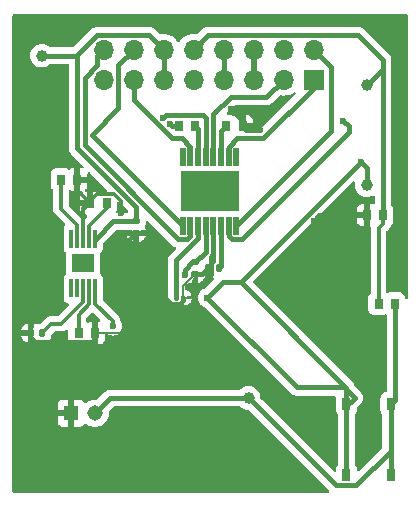
<source format=gbr>
%TF.GenerationSoftware,KiCad,Pcbnew,8.0.0*%
%TF.CreationDate,2024-03-24T23:23:47+02:00*%
%TF.ProjectId,Powersubsytem_GWNFRA001,506f7765-7273-4756-9273-7974656d5f47,rev?*%
%TF.SameCoordinates,Original*%
%TF.FileFunction,Copper,L1,Top*%
%TF.FilePolarity,Positive*%
%FSLAX46Y46*%
G04 Gerber Fmt 4.6, Leading zero omitted, Abs format (unit mm)*
G04 Created by KiCad (PCBNEW 8.0.0) date 2024-03-24 23:23:48*
%MOMM*%
%LPD*%
G01*
G04 APERTURE LIST*
G04 Aperture macros list*
%AMRoundRect*
0 Rectangle with rounded corners*
0 $1 Rounding radius*
0 $2 $3 $4 $5 $6 $7 $8 $9 X,Y pos of 4 corners*
0 Add a 4 corners polygon primitive as box body*
4,1,4,$2,$3,$4,$5,$6,$7,$8,$9,$2,$3,0*
0 Add four circle primitives for the rounded corners*
1,1,$1+$1,$2,$3*
1,1,$1+$1,$4,$5*
1,1,$1+$1,$6,$7*
1,1,$1+$1,$8,$9*
0 Add four rect primitives between the rounded corners*
20,1,$1+$1,$2,$3,$4,$5,0*
20,1,$1+$1,$4,$5,$6,$7,0*
20,1,$1+$1,$6,$7,$8,$9,0*
20,1,$1+$1,$8,$9,$2,$3,0*%
G04 Aperture macros list end*
%TA.AperFunction,ComponentPad*%
%ADD10C,1.000000*%
%TD*%
%TA.AperFunction,SMDPad,CuDef*%
%ADD11R,0.711200X0.889000*%
%TD*%
%TA.AperFunction,ComponentPad*%
%ADD12C,0.400000*%
%TD*%
%TA.AperFunction,SMDPad,CuDef*%
%ADD13R,1.880000X1.570000*%
%TD*%
%TA.AperFunction,SMDPad,CuDef*%
%ADD14R,0.300000X1.600000*%
%TD*%
%TA.AperFunction,SMDPad,CuDef*%
%ADD15RoundRect,0.140000X0.140000X0.170000X-0.140000X0.170000X-0.140000X-0.170000X0.140000X-0.170000X0*%
%TD*%
%TA.AperFunction,ComponentPad*%
%ADD16C,1.308000*%
%TD*%
%TA.AperFunction,ComponentPad*%
%ADD17R,1.308000X1.308000*%
%TD*%
%TA.AperFunction,SMDPad,CuDef*%
%ADD18RoundRect,0.075000X-0.125000X-0.075000X0.125000X-0.075000X0.125000X0.075000X-0.125000X0.075000X0*%
%TD*%
%TA.AperFunction,SMDPad,CuDef*%
%ADD19RoundRect,0.140000X0.170000X-0.140000X0.170000X0.140000X-0.170000X0.140000X-0.170000X-0.140000X0*%
%TD*%
%TA.AperFunction,SMDPad,CuDef*%
%ADD20R,0.750000X1.000000*%
%TD*%
%TA.AperFunction,ComponentPad*%
%ADD21C,0.300000*%
%TD*%
%TA.AperFunction,SMDPad,CuDef*%
%ADD22R,5.000000X3.400000*%
%TD*%
%TA.AperFunction,SMDPad,CuDef*%
%ADD23RoundRect,0.027000X-0.198000X0.723000X-0.198000X-0.723000X0.198000X-0.723000X0.198000X0.723000X0*%
%TD*%
%TA.AperFunction,ComponentPad*%
%ADD24O,1.700000X1.700000*%
%TD*%
%TA.AperFunction,ComponentPad*%
%ADD25R,1.700000X1.700000*%
%TD*%
%TA.AperFunction,ViaPad*%
%ADD26C,0.600000*%
%TD*%
%TA.AperFunction,Conductor*%
%ADD27C,0.400000*%
%TD*%
%TA.AperFunction,Conductor*%
%ADD28C,0.300000*%
%TD*%
%TA.AperFunction,Conductor*%
%ADD29C,0.200000*%
%TD*%
G04 APERTURE END LIST*
D10*
%TO.P,TP4,1,1*%
%TO.N,POSITIVE*%
X145500000Y-56000000D03*
%TD*%
%TO.P,TP3,1,1*%
%TO.N,5V*%
X128000000Y-27000000D03*
%TD*%
%TO.P,TP2,1,1*%
%TO.N,BATT_ADC*%
X155500000Y-29500000D03*
%TD*%
%TO.P,TP1,1,1*%
%TO.N,BATT*%
X155500000Y-38000000D03*
%TD*%
D11*
%TO.P,R7,2*%
%TO.N,GND*%
X139603000Y-33000000D03*
%TO.P,R7,1*%
%TO.N,Net-(U3-BISEN)*%
X141000000Y-33000000D03*
%TD*%
D12*
%TO.P,U2,16*%
%TO.N,N/C*%
X130900000Y-45050000D03*
%TO.P,U2,15*%
X130900000Y-44150000D03*
%TO.P,U2,14*%
X131500000Y-44600000D03*
%TO.P,U2,13*%
X132100000Y-45050000D03*
%TO.P,U2,12*%
X132100000Y-44150000D03*
D13*
%TO.P,U2,11,EP*%
%TO.N,unconnected-(U2-EP-Pad11)*%
X131500000Y-44600000D03*
D14*
%TO.P,U2,10,OUT*%
%TO.N,POSITIVE*%
X132500000Y-46700000D03*
%TO.P,U2,9,TS*%
%TO.N,Net-(U2-TS)*%
X132000000Y-46700000D03*
%TO.P,U2,8,~{CHG}*%
%TO.N,Net-(U2-~{CHG})*%
X131500000Y-46700000D03*
%TO.P,U2,7,ISET2*%
%TO.N,unconnected-(U2-ISET2-Pad7)*%
X131000000Y-46700000D03*
%TO.P,U2,6*%
%TO.N,N/C*%
X130500000Y-46700000D03*
%TO.P,U2,5,~{PG}*%
%TO.N,unconnected-(U2-~{PG}-Pad5)*%
X130500000Y-42500000D03*
%TO.P,U2,4,PRETERM*%
%TO.N,Net-(U2-PRETERM)*%
X131000000Y-42500000D03*
%TO.P,U2,3,VSS*%
%TO.N,GND*%
X131500000Y-42500000D03*
%TO.P,U2,2,ISET*%
%TO.N,Net-(U2-ISET)*%
X132000000Y-42500000D03*
%TO.P,U2,1,IN*%
%TO.N,5V*%
X132500000Y-42500000D03*
%TD*%
D15*
%TO.P,C1,2*%
%TO.N,GND*%
X142040000Y-45000000D03*
%TO.P,C1,1*%
%TO.N,Net-(U3-VINT)*%
X143000000Y-45000000D03*
%TD*%
D16*
%TO.P,J2,2,2*%
%TO.N,POSITIVE*%
X132500000Y-57287500D03*
D17*
%TO.P,J2,1,1*%
%TO.N,GND*%
X130500000Y-57287500D03*
%TD*%
D11*
%TO.P,R2,2*%
%TO.N,GND*%
X145000000Y-33000000D03*
%TO.P,R2,1*%
%TO.N,Net-(U3-AISEN)*%
X143603000Y-33000000D03*
%TD*%
%TO.P,R1,2*%
%TO.N,BATT_ADC*%
X156500000Y-48000000D03*
%TO.P,R1,1*%
%TO.N,POSITIVE*%
X157897000Y-48000000D03*
%TD*%
%TO.P,R6,2*%
%TO.N,GND*%
X132500000Y-50500000D03*
%TO.P,R6,1*%
%TO.N,Net-(U2-TS)*%
X131103000Y-50500000D03*
%TD*%
%TO.P,R5,2*%
%TO.N,GND*%
X155500000Y-40500000D03*
%TO.P,R5,1*%
%TO.N,BATT_ADC*%
X156897000Y-40500000D03*
%TD*%
%TO.P,R3,2*%
%TO.N,GND*%
X131000000Y-37500000D03*
%TO.P,R3,1*%
%TO.N,Net-(U2-PRETERM)*%
X129603000Y-37500000D03*
%TD*%
D18*
%TO.P,C4,2*%
%TO.N,GND*%
X139975000Y-47500000D03*
%TO.P,C4,1*%
%TO.N,Net-(U3-VCP)*%
X139475000Y-47500000D03*
%TD*%
D19*
%TO.P,C8,2*%
%TO.N,BATT*%
X141000000Y-44520000D03*
%TO.P,C8,1*%
%TO.N,GND*%
X141000000Y-45480000D03*
%TD*%
D20*
%TO.P,S1,D*%
%TO.N,BATT*%
X153787500Y-62500000D03*
%TO.P,S1,C*%
X153787500Y-56500000D03*
%TO.P,S1,B*%
%TO.N,POSITIVE*%
X157537500Y-62500000D03*
%TO.P,S1,A*%
X157537500Y-56500000D03*
%TD*%
D15*
%TO.P,C6,2*%
%TO.N,GND*%
X127040000Y-50500000D03*
%TO.P,C6,1*%
%TO.N,Net-(U2-~{CHG})*%
X128000000Y-50500000D03*
%TD*%
D21*
%TO.P,U3,29*%
%TO.N,N/C*%
X140400000Y-39500000D03*
%TO.P,U3,28*%
X140400000Y-38500000D03*
%TO.P,U3,27*%
X140400000Y-37500000D03*
%TO.P,U3,26*%
X141600000Y-39500000D03*
%TO.P,U3,25*%
X141600000Y-38500000D03*
%TO.P,U3,24*%
X141600000Y-37500000D03*
%TO.P,U3,23*%
X142800000Y-39500000D03*
%TO.P,U3,22*%
X142800000Y-38500000D03*
%TO.P,U3,21*%
X142800000Y-37500000D03*
%TO.P,U3,20*%
X144000000Y-39500000D03*
%TO.P,U3,19*%
X144000000Y-38500000D03*
%TO.P,U3,18*%
X144000000Y-37500000D03*
D22*
%TO.P,U3,17,EXP*%
%TO.N,unconnected-(U3-EXP-Pad17)*%
X142200000Y-38500000D03*
D23*
%TO.P,U3,16,AIN1*%
%TO.N,PWM1*%
X144475000Y-41400000D03*
%TO.P,U3,15,AIN2*%
%TO.N,PWM2*%
X143825000Y-41400000D03*
%TO.P,U3,14,VINT*%
%TO.N,Net-(U3-VINT)*%
X143175000Y-41400000D03*
%TO.P,U3,13,GND*%
%TO.N,GND*%
X142525000Y-41400000D03*
%TO.P,U3,12,VM*%
%TO.N,BATT*%
X141875000Y-41400000D03*
%TO.P,U3,11,VCP*%
%TO.N,Net-(U3-VCP)*%
X141225000Y-41400000D03*
%TO.P,U3,10,BIN2*%
%TO.N,PWM4*%
X140575000Y-41400000D03*
%TO.P,U3,9,BIN1*%
%TO.N,PWM3*%
X139925000Y-41400000D03*
%TO.P,U3,8,~{NFAULT}*%
%TO.N,unconnected-(U3-~{NFAULT}-Pad8)*%
X139925000Y-35600000D03*
%TO.P,U3,7,BOUT1*%
%TO.N,Motor1_A*%
X140575000Y-35600000D03*
%TO.P,U3,6,BISEN*%
%TO.N,Net-(U3-BISEN)*%
X141225000Y-35600000D03*
%TO.P,U3,5,BOUT2*%
%TO.N,Motor1_B*%
X141875000Y-35600000D03*
%TO.P,U3,4,AOUT2*%
%TO.N,Motor2_B*%
X142525000Y-35600000D03*
%TO.P,U3,3,AISEN*%
%TO.N,Net-(U3-AISEN)*%
X143175000Y-35600000D03*
%TO.P,U3,2,AOUT1*%
%TO.N,Motor2_A*%
X143825000Y-35600000D03*
%TO.P,U3,1,NSLEEP*%
%TO.N,unconnected-(U3-NSLEEP-Pad1)*%
X144475000Y-35600000D03*
%TD*%
D19*
%TO.P,C7,2*%
%TO.N,5V*%
X136000000Y-41040000D03*
%TO.P,C7,1*%
%TO.N,GND*%
X136000000Y-42000000D03*
%TD*%
D11*
%TO.P,R4,2*%
%TO.N,GND*%
X132103000Y-39500000D03*
%TO.P,R4,1*%
%TO.N,Net-(U2-ISET)*%
X133500000Y-39500000D03*
%TD*%
D24*
%TO.P,J3,16,Pin_16*%
%TO.N,PWM4*%
X133220000Y-26500000D03*
%TO.P,J3,15,Pin_15*%
%TO.N,Motor1_B*%
X133220000Y-29040000D03*
%TO.P,J3,14,Pin_14*%
%TO.N,PWM3*%
X135760000Y-26500000D03*
%TO.P,J3,13,Pin_13*%
%TO.N,Motor1_A*%
X135760000Y-29040000D03*
%TO.P,J3,12,Pin_12*%
%TO.N,5V*%
X138300000Y-26500000D03*
%TO.P,J3,11,Pin_11*%
X138300000Y-29040000D03*
%TO.P,J3,10,Pin_10*%
%TO.N,BATT_ADC*%
X140840000Y-26500000D03*
%TO.P,J3,9,Pin_9*%
%TO.N,RESV*%
X140840000Y-29040000D03*
%TO.P,J3,8,Pin_8*%
%TO.N,BATT*%
X143380000Y-26500000D03*
%TO.P,J3,7,Pin_7*%
X143380000Y-29040000D03*
%TO.P,J3,6,Pin_6*%
%TO.N,GND*%
X145920000Y-26500000D03*
%TO.P,J3,5,Pin_5*%
X145920000Y-29040000D03*
%TO.P,J3,4,Pin_4*%
%TO.N,PWM2*%
X148460000Y-26500000D03*
%TO.P,J3,3,Pin_3*%
%TO.N,Motor2_B*%
X148460000Y-29040000D03*
%TO.P,J3,2,Pin_2*%
%TO.N,PWM1*%
X151000000Y-26500000D03*
D25*
%TO.P,J3,1,Pin_1*%
%TO.N,Motor2_A*%
X151000000Y-29040000D03*
%TD*%
D26*
%TO.N,GND*%
X134707680Y-40340000D03*
X151000000Y-41000000D03*
X135000000Y-44000000D03*
X147500000Y-31500000D03*
X146431142Y-33300000D03*
X142287482Y-45460922D03*
X144000000Y-31500000D03*
X138810662Y-32820712D03*
%TO.N,BATT*%
X140075000Y-45557483D03*
X142000000Y-47500000D03*
X155000000Y-36000000D03*
%TO.N,Motor1_B*%
X138244975Y-32255025D03*
%TO.N,PWM2*%
X153500000Y-32500000D03*
%TO.N,POSITIVE*%
X134000000Y-49900000D03*
%TD*%
D27*
%TO.N,5V*%
X128000000Y-27000000D02*
X131010000Y-27000000D01*
X131010000Y-27000000D02*
X131010000Y-26942233D01*
X131010000Y-34859146D02*
X131010000Y-27000000D01*
%TO.N,BATT_ADC*%
X155500000Y-29500000D02*
X156897000Y-28103000D01*
X156897000Y-28103000D02*
X156897000Y-27397000D01*
%TO.N,BATT*%
X155500000Y-36500000D02*
X155000000Y-36000000D01*
X155500000Y-38000000D02*
X155500000Y-36500000D01*
%TO.N,POSITIVE*%
X145500000Y-56000000D02*
X133787500Y-56000000D01*
X133787500Y-56000000D02*
X132500000Y-57287500D01*
X152900000Y-63400000D02*
X145500000Y-56000000D01*
X154600000Y-63400000D02*
X152900000Y-63400000D01*
X157537500Y-60462500D02*
X154600000Y-63400000D01*
X157537500Y-56500000D02*
X157537500Y-60462500D01*
%TO.N,BATT*%
X149600000Y-55100000D02*
X142000000Y-47500000D01*
X153787500Y-56712500D02*
X154500000Y-56000000D01*
X153787500Y-62500000D02*
X153787500Y-56712500D01*
X154500000Y-56000000D02*
X153600000Y-55100000D01*
X153600000Y-55100000D02*
X149600000Y-55100000D01*
%TO.N,POSITIVE*%
X157537500Y-56500000D02*
X157537500Y-62500000D01*
X157897000Y-56140500D02*
X157537500Y-56500000D01*
X157897000Y-48000000D02*
X157897000Y-56140500D01*
%TO.N,BATT*%
X153787500Y-55107500D02*
X153787500Y-56500000D01*
X144840000Y-46160000D02*
X153787500Y-55107500D01*
%TO.N,Net-(U3-VINT)*%
X143175000Y-41400000D02*
X143175000Y-44825000D01*
X143175000Y-44825000D02*
X143000000Y-45000000D01*
D28*
%TO.N,GND*%
X132450000Y-51294500D02*
X132500000Y-51244500D01*
X131500000Y-40103000D02*
X131500000Y-42500000D01*
D27*
X145300000Y-33300000D02*
X145000000Y-33000000D01*
X142287482Y-44081046D02*
X142287482Y-45460922D01*
D28*
X131500000Y-39903568D02*
X132698068Y-38705500D01*
X135000000Y-44000000D02*
X135000000Y-43000000D01*
D27*
X145920000Y-29580000D02*
X145920000Y-29040000D01*
X144000000Y-31500000D02*
X147500000Y-31500000D01*
D28*
X135000000Y-44000000D02*
X139050000Y-48050000D01*
X132103000Y-39500000D02*
X131500000Y-40103000D01*
X134707680Y-39334644D02*
X134707680Y-40340000D01*
X127524501Y-51294500D02*
X132450000Y-51294500D01*
D27*
X145920000Y-26500000D02*
X145920000Y-29040000D01*
X139603000Y-33000000D02*
X138989950Y-33000000D01*
X141000000Y-45480000D02*
X141560000Y-45480000D01*
X138989950Y-33000000D02*
X138810662Y-32820712D01*
D28*
X130500000Y-53244500D02*
X130500000Y-57287500D01*
D27*
X145000000Y-32500000D02*
X145000000Y-33000000D01*
D29*
X137207410Y-50500000D02*
X132500000Y-50500000D01*
D27*
X142525000Y-44397444D02*
X142040000Y-44882444D01*
X151500000Y-40500000D02*
X155500000Y-40500000D01*
D28*
X127040000Y-50809999D02*
X127524501Y-51294500D01*
X134078536Y-38705500D02*
X134707680Y-39334644D01*
X127040000Y-50500000D02*
X127040000Y-50809999D01*
D27*
X146431142Y-33300000D02*
X145300000Y-33300000D01*
D28*
X140025000Y-47753120D02*
X140025000Y-47500000D01*
X135000000Y-43000000D02*
X136000000Y-42000000D01*
X132450000Y-51294500D02*
X130500000Y-53244500D01*
D27*
X141560000Y-45480000D02*
X142040000Y-45000000D01*
D29*
X139975000Y-46505000D02*
X141000000Y-45480000D01*
X139975000Y-47732410D02*
X137207410Y-50500000D01*
D28*
X139728120Y-48050000D02*
X140025000Y-47753120D01*
D27*
X142525000Y-41400000D02*
X142525000Y-43843528D01*
D29*
X139975000Y-47500000D02*
X139975000Y-47732410D01*
D27*
X151000000Y-41000000D02*
X151500000Y-40500000D01*
D28*
X131000000Y-37500000D02*
X131000000Y-38397000D01*
X132698068Y-38705500D02*
X134078536Y-38705500D01*
D27*
X142040000Y-44882444D02*
X142040000Y-45000000D01*
X142525000Y-43843528D02*
X142287482Y-44081046D01*
X144000000Y-31500000D02*
X145000000Y-32500000D01*
X142525000Y-41400000D02*
X142525000Y-44397444D01*
D28*
X132500000Y-51244500D02*
X132500000Y-50500000D01*
X131000000Y-38397000D02*
X132103000Y-39500000D01*
X131500000Y-42500000D02*
X131500000Y-39903568D01*
D29*
X139975000Y-47500000D02*
X139975000Y-46505000D01*
D28*
X139050000Y-48050000D02*
X139728120Y-48050000D01*
D27*
%TO.N,Net-(U3-VCP)*%
X141225000Y-42474146D02*
X139375000Y-44324146D01*
X139375000Y-44324146D02*
X139375000Y-47500000D01*
X141225000Y-41400000D02*
X141225000Y-42474146D01*
D28*
%TO.N,Net-(U2-~{CHG})*%
X131500000Y-47850000D02*
X131500000Y-46700000D01*
X128794500Y-49705500D02*
X129644500Y-49705500D01*
X128000000Y-50500000D02*
X128794500Y-49705500D01*
X129644500Y-49705500D02*
X131500000Y-47850000D01*
D27*
%TO.N,5V*%
X136000000Y-41040000D02*
X134010000Y-41040000D01*
X131010000Y-34859146D02*
X136000000Y-39849146D01*
X134010000Y-41040000D02*
X132550000Y-42500000D01*
X136000000Y-39849146D02*
X136000000Y-41040000D01*
X137050000Y-25250000D02*
X138300000Y-26500000D01*
X131010000Y-26942233D02*
X132702233Y-25250000D01*
X132702233Y-25250000D02*
X137050000Y-25250000D01*
X138300000Y-26500000D02*
X138300000Y-29040000D01*
%TO.N,BATT*%
X140690001Y-44520000D02*
X140075000Y-45135001D01*
X141875000Y-41400000D02*
X141875000Y-43527444D01*
X141000000Y-44520000D02*
X140690001Y-44520000D01*
X144840000Y-46160000D02*
X155000000Y-36000000D01*
X142000000Y-47500000D02*
X143340000Y-46160000D01*
X143340000Y-46160000D02*
X144840000Y-46160000D01*
X140075000Y-45135001D02*
X140075000Y-45557483D01*
X141875000Y-43645000D02*
X141000000Y-44520000D01*
X141875000Y-41400000D02*
X141875000Y-43645000D01*
X143380000Y-26500000D02*
X143380000Y-29040000D01*
%TO.N,Motor2_B*%
X144010050Y-30500000D02*
X147000000Y-30500000D01*
X147000000Y-30500000D02*
X148460000Y-29040000D01*
X142525000Y-31985050D02*
X144010050Y-30500000D01*
X142525000Y-35600000D02*
X142525000Y-31985050D01*
%TO.N,Motor1_B*%
X138494975Y-32005025D02*
X138244975Y-32255025D01*
X141875000Y-35600000D02*
X141875000Y-32274900D01*
X141875000Y-32274900D02*
X141605125Y-32005025D01*
X141605125Y-32005025D02*
X138494975Y-32005025D01*
%TO.N,Motor1_A*%
X139850618Y-34000000D02*
X139000000Y-34000000D01*
X140575000Y-34724382D02*
X139850618Y-34000000D01*
X135760000Y-30760000D02*
X135760000Y-29040000D01*
X140575000Y-35600000D02*
X140575000Y-34724382D01*
X139000000Y-34000000D02*
X135760000Y-30760000D01*
%TO.N,PWM4*%
X132702233Y-27017767D02*
X133220000Y-26500000D01*
X140575000Y-42275618D02*
X140300618Y-42550000D01*
X131610000Y-34610618D02*
X131610000Y-28882233D01*
X139549382Y-42550000D02*
X131610000Y-34610618D01*
X131610000Y-28882233D02*
X132702233Y-27790000D01*
X132702233Y-27790000D02*
X132702233Y-27017767D01*
X140300618Y-42550000D02*
X139549382Y-42550000D01*
X140575000Y-41400000D02*
X140575000Y-42275618D01*
%TO.N,BATT_ADC*%
X154750000Y-25250000D02*
X142090000Y-25250000D01*
X156897000Y-40000000D02*
X156897000Y-27397000D01*
D28*
X156897000Y-41244500D02*
X156500000Y-41641500D01*
X156500000Y-41641500D02*
X156500000Y-48000000D01*
X156897000Y-40500000D02*
X156897000Y-41244500D01*
D27*
X156897000Y-27397000D02*
X154750000Y-25250000D01*
X142090000Y-25250000D02*
X140840000Y-26500000D01*
%TO.N,PWM3*%
X132210000Y-33685000D02*
X134470000Y-31425000D01*
X134470000Y-31425000D02*
X134470000Y-27790000D01*
X134470000Y-27790000D02*
X135760000Y-26500000D01*
X139925000Y-41400000D02*
X132210000Y-33685000D01*
%TO.N,PWM2*%
X143825000Y-42275618D02*
X144099382Y-42550000D01*
X153090000Y-34410000D02*
X154000000Y-33500000D01*
X144099382Y-42550000D02*
X144950000Y-42550000D01*
X143825000Y-41400000D02*
X143825000Y-42275618D01*
X154000000Y-33500000D02*
X154000000Y-33000000D01*
X154000000Y-33000000D02*
X153500000Y-32500000D01*
X144950000Y-42550000D02*
X153090000Y-34410000D01*
%TO.N,Motor2_A*%
X143825000Y-34724382D02*
X144549382Y-34000000D01*
X151000000Y-29740000D02*
X151000000Y-29040000D01*
X144549382Y-34000000D02*
X146740000Y-34000000D01*
X146740000Y-34000000D02*
X151000000Y-29740000D01*
X143825000Y-35600000D02*
X143825000Y-34724382D01*
%TO.N,PWM1*%
X144475000Y-41400000D02*
X152490000Y-33385000D01*
X152490000Y-27990000D02*
X151000000Y-26500000D01*
X152490000Y-33385000D02*
X152490000Y-27990000D01*
D28*
%TO.N,POSITIVE*%
X132500000Y-48000000D02*
X134000000Y-49500000D01*
X132500000Y-46700000D02*
X132500000Y-48000000D01*
X134000000Y-49500000D02*
X134000000Y-49900000D01*
D27*
%TO.N,Net-(U3-AISEN)*%
X143175000Y-35600000D02*
X143175000Y-33428000D01*
X143175000Y-33428000D02*
X143603000Y-33000000D01*
D28*
%TO.N,Net-(U2-PRETERM)*%
X129603000Y-37500000D02*
X129603000Y-39953000D01*
X131000000Y-41350000D02*
X131000000Y-42500000D01*
X129603000Y-39953000D02*
X131000000Y-41350000D01*
%TO.N,Net-(U2-ISET)*%
X132000000Y-41400000D02*
X132000000Y-42500000D01*
X133500000Y-39900000D02*
X132000000Y-41400000D01*
X133500000Y-39500000D02*
X133500000Y-39900000D01*
%TO.N,Net-(U2-TS)*%
X132000000Y-46700000D02*
X132000000Y-48057106D01*
X132000000Y-48057106D02*
X131103000Y-48954106D01*
X131103000Y-48954106D02*
X131103000Y-50500000D01*
D27*
%TO.N,Net-(U3-BISEN)*%
X141225000Y-33225000D02*
X141000000Y-33000000D01*
X141225000Y-35600000D02*
X141225000Y-33225000D01*
%TD*%
%TA.AperFunction,Conductor*%
%TO.N,GND*%
G36*
X158942539Y-23520185D02*
G01*
X158988294Y-23572989D01*
X158999500Y-23624500D01*
X158999500Y-47486103D01*
X158979815Y-47553142D01*
X158927011Y-47598897D01*
X158857853Y-47608841D01*
X158794297Y-47579816D01*
X158756523Y-47521038D01*
X158752210Y-47499356D01*
X158746691Y-47448016D01*
X158696397Y-47313171D01*
X158696393Y-47313164D01*
X158610147Y-47197955D01*
X158610144Y-47197952D01*
X158494935Y-47111706D01*
X158494928Y-47111702D01*
X158360082Y-47061408D01*
X158360083Y-47061408D01*
X158300483Y-47055001D01*
X158300481Y-47055000D01*
X158300473Y-47055000D01*
X158300464Y-47055000D01*
X157493529Y-47055000D01*
X157493523Y-47055001D01*
X157433916Y-47061408D01*
X157317833Y-47104705D01*
X157248141Y-47109689D01*
X157186818Y-47076204D01*
X157153334Y-47014880D01*
X157150500Y-46988523D01*
X157150500Y-41962308D01*
X157170185Y-41895269D01*
X157186819Y-41874627D01*
X157402273Y-41659173D01*
X157402277Y-41659169D01*
X157473465Y-41552627D01*
X157515247Y-41451756D01*
X157522501Y-41434244D01*
X157528793Y-41402607D01*
X157561178Y-41340697D01*
X157576102Y-41327531D01*
X157610145Y-41302047D01*
X157610146Y-41302046D01*
X157696396Y-41186831D01*
X157746691Y-41051983D01*
X157753100Y-40992373D01*
X157753099Y-40007628D01*
X157746691Y-39948017D01*
X157696484Y-39813406D01*
X157696397Y-39813171D01*
X157696396Y-39813170D01*
X157696396Y-39813169D01*
X157622233Y-39714100D01*
X157597816Y-39648636D01*
X157597500Y-39639789D01*
X157597500Y-27328004D01*
X157570581Y-27192677D01*
X157570580Y-27192676D01*
X157570580Y-27192672D01*
X157549681Y-27142217D01*
X157517778Y-27065195D01*
X157517771Y-27065182D01*
X157456787Y-26973914D01*
X157456785Y-26973911D01*
X157441116Y-26950459D01*
X157441114Y-26950457D01*
X155196546Y-24705888D01*
X155196545Y-24705887D01*
X155081807Y-24629222D01*
X154954332Y-24576421D01*
X154954322Y-24576418D01*
X154818996Y-24549500D01*
X154818994Y-24549500D01*
X154818993Y-24549500D01*
X142158994Y-24549500D01*
X142021006Y-24549500D01*
X142021004Y-24549500D01*
X141885677Y-24576418D01*
X141885667Y-24576421D01*
X141758192Y-24629222D01*
X141643454Y-24705887D01*
X141211994Y-25137347D01*
X141150671Y-25170832D01*
X141092225Y-25169442D01*
X141075410Y-25164937D01*
X140840001Y-25144341D01*
X140839999Y-25144341D01*
X140604596Y-25164936D01*
X140604586Y-25164938D01*
X140376344Y-25226094D01*
X140376335Y-25226098D01*
X140162171Y-25325964D01*
X140162169Y-25325965D01*
X139968597Y-25461505D01*
X139801505Y-25628597D01*
X139671575Y-25814158D01*
X139616998Y-25857783D01*
X139547500Y-25864977D01*
X139485145Y-25833454D01*
X139468425Y-25814158D01*
X139338494Y-25628597D01*
X139171402Y-25461506D01*
X139171395Y-25461501D01*
X138977834Y-25325967D01*
X138977830Y-25325965D01*
X138977828Y-25325964D01*
X138763663Y-25226097D01*
X138763659Y-25226096D01*
X138763655Y-25226094D01*
X138535413Y-25164938D01*
X138535403Y-25164936D01*
X138300001Y-25144341D01*
X138299999Y-25144341D01*
X138064597Y-25164936D01*
X138064593Y-25164936D01*
X138064592Y-25164937D01*
X138064587Y-25164938D01*
X138064584Y-25164939D01*
X138047778Y-25169442D01*
X137977928Y-25167778D01*
X137928005Y-25137348D01*
X137496546Y-24705888D01*
X137496545Y-24705887D01*
X137381807Y-24629222D01*
X137254332Y-24576421D01*
X137254322Y-24576418D01*
X137118996Y-24549500D01*
X137118994Y-24549500D01*
X137118993Y-24549500D01*
X132771227Y-24549500D01*
X132633239Y-24549500D01*
X132633237Y-24549500D01*
X132497910Y-24576418D01*
X132497900Y-24576421D01*
X132370425Y-24629222D01*
X132255687Y-24705887D01*
X132255686Y-24705888D01*
X130698395Y-26263181D01*
X130637072Y-26296666D01*
X130610714Y-26299500D01*
X128767902Y-26299500D01*
X128700863Y-26279815D01*
X128689242Y-26271357D01*
X128639079Y-26230189D01*
X128558539Y-26164090D01*
X128558532Y-26164086D01*
X128384733Y-26071188D01*
X128384727Y-26071186D01*
X128196132Y-26013976D01*
X128196129Y-26013975D01*
X128000000Y-25994659D01*
X127803870Y-26013975D01*
X127615266Y-26071188D01*
X127441467Y-26164086D01*
X127441460Y-26164090D01*
X127289116Y-26289116D01*
X127164090Y-26441460D01*
X127164086Y-26441467D01*
X127071188Y-26615266D01*
X127013975Y-26803870D01*
X126994659Y-27000000D01*
X127013975Y-27196129D01*
X127071188Y-27384733D01*
X127164086Y-27558532D01*
X127164090Y-27558539D01*
X127289116Y-27710883D01*
X127441460Y-27835909D01*
X127441467Y-27835913D01*
X127615266Y-27928811D01*
X127615269Y-27928811D01*
X127615273Y-27928814D01*
X127803868Y-27986024D01*
X128000000Y-28005341D01*
X128196132Y-27986024D01*
X128384727Y-27928814D01*
X128399339Y-27921004D01*
X128472613Y-27881838D01*
X128558538Y-27835910D01*
X128689238Y-27728646D01*
X128753546Y-27701334D01*
X128767902Y-27700500D01*
X130185500Y-27700500D01*
X130252539Y-27720185D01*
X130298294Y-27772989D01*
X130309500Y-27824500D01*
X130309500Y-34790152D01*
X130309500Y-34928140D01*
X130309500Y-34928142D01*
X130309499Y-34928142D01*
X130336418Y-35063468D01*
X130336421Y-35063478D01*
X130389222Y-35190953D01*
X130465887Y-35305691D01*
X131504768Y-36344572D01*
X131538253Y-36405895D01*
X131533269Y-36475587D01*
X131491397Y-36531520D01*
X131425933Y-36555937D01*
X131406757Y-36555595D01*
X131406753Y-36555678D01*
X131404450Y-36555554D01*
X131403846Y-36555544D01*
X131403444Y-36555500D01*
X131250000Y-36555500D01*
X131250000Y-37250000D01*
X131855600Y-37250000D01*
X131855600Y-37007672D01*
X131855599Y-37007662D01*
X131855558Y-37007277D01*
X131855574Y-37007187D01*
X131855422Y-37004347D01*
X131856092Y-37004311D01*
X131867957Y-36938517D01*
X131915563Y-36887375D01*
X131983260Y-36870090D01*
X132049557Y-36892148D01*
X132066527Y-36906330D01*
X133503516Y-38343319D01*
X133537001Y-38404642D01*
X133532017Y-38474334D01*
X133490145Y-38530267D01*
X133424681Y-38554684D01*
X133415835Y-38555000D01*
X133096530Y-38555000D01*
X133096523Y-38555001D01*
X133036916Y-38561408D01*
X132902071Y-38611702D01*
X132902065Y-38611705D01*
X132875392Y-38631673D01*
X132809928Y-38656089D01*
X132741655Y-38641236D01*
X132726773Y-38631673D01*
X132700688Y-38612146D01*
X132700686Y-38612145D01*
X132565979Y-38561903D01*
X132565972Y-38561901D01*
X132506444Y-38555500D01*
X132353000Y-38555500D01*
X132353000Y-39626000D01*
X132333315Y-39693039D01*
X132280511Y-39738794D01*
X132229000Y-39750000D01*
X131247400Y-39750000D01*
X131247400Y-39992344D01*
X131253801Y-40051872D01*
X131253803Y-40051879D01*
X131304045Y-40186586D01*
X131304049Y-40186593D01*
X131390209Y-40301687D01*
X131390212Y-40301690D01*
X131505306Y-40387850D01*
X131505313Y-40387854D01*
X131640020Y-40438096D01*
X131640027Y-40438098D01*
X131699555Y-40444499D01*
X131699572Y-40444500D01*
X131736191Y-40444500D01*
X131803230Y-40464185D01*
X131848985Y-40516989D01*
X131858929Y-40586147D01*
X131829904Y-40649703D01*
X131823872Y-40656181D01*
X131612680Y-40867372D01*
X131551357Y-40900857D01*
X131481665Y-40895873D01*
X131437318Y-40867372D01*
X130289819Y-39719873D01*
X130256334Y-39658550D01*
X130253500Y-39632192D01*
X130253500Y-39250000D01*
X131247400Y-39250000D01*
X131853000Y-39250000D01*
X131853000Y-38555500D01*
X131746298Y-38555500D01*
X131679259Y-38535815D01*
X131633504Y-38483011D01*
X131623560Y-38413853D01*
X131652585Y-38350297D01*
X131671987Y-38332234D01*
X131712787Y-38301690D01*
X131712790Y-38301687D01*
X131798950Y-38186593D01*
X131798954Y-38186586D01*
X131849196Y-38051879D01*
X131849198Y-38051872D01*
X131855599Y-37992344D01*
X131855600Y-37992327D01*
X131855600Y-37750000D01*
X131250000Y-37750000D01*
X131250000Y-38444500D01*
X131356702Y-38444500D01*
X131423741Y-38464185D01*
X131469496Y-38516989D01*
X131479440Y-38586147D01*
X131450415Y-38649703D01*
X131431013Y-38667766D01*
X131390212Y-38698309D01*
X131390209Y-38698312D01*
X131304049Y-38813406D01*
X131304045Y-38813413D01*
X131253803Y-38948120D01*
X131253801Y-38948127D01*
X131247400Y-39007655D01*
X131247400Y-39250000D01*
X130253500Y-39250000D01*
X130253500Y-38510942D01*
X130273185Y-38443903D01*
X130325989Y-38398148D01*
X130395147Y-38388204D01*
X130420835Y-38394761D01*
X130537019Y-38438096D01*
X130537027Y-38438098D01*
X130596555Y-38444499D01*
X130596572Y-38444500D01*
X130750000Y-38444500D01*
X130750000Y-36555500D01*
X130596555Y-36555500D01*
X130537027Y-36561901D01*
X130537020Y-36561903D01*
X130402313Y-36612145D01*
X130402306Y-36612149D01*
X130376226Y-36631673D01*
X130310762Y-36656090D01*
X130242489Y-36641238D01*
X130227615Y-36631680D01*
X130200931Y-36611704D01*
X130200928Y-36611703D01*
X130200927Y-36611702D01*
X130200928Y-36611702D01*
X130066082Y-36561408D01*
X130066083Y-36561408D01*
X130006483Y-36555001D01*
X130006481Y-36555000D01*
X130006473Y-36555000D01*
X130006464Y-36555000D01*
X129199529Y-36555000D01*
X129199523Y-36555001D01*
X129139916Y-36561408D01*
X129005071Y-36611702D01*
X129005064Y-36611706D01*
X128889855Y-36697952D01*
X128889852Y-36697955D01*
X128803606Y-36813164D01*
X128803602Y-36813171D01*
X128753308Y-36948017D01*
X128746901Y-37007616D01*
X128746900Y-37007635D01*
X128746900Y-37992370D01*
X128746901Y-37992376D01*
X128753308Y-38051983D01*
X128803602Y-38186828D01*
X128803603Y-38186829D01*
X128803604Y-38186831D01*
X128889854Y-38302046D01*
X128902808Y-38311743D01*
X128944681Y-38367676D01*
X128952500Y-38411012D01*
X128952500Y-40017070D01*
X128969096Y-40100499D01*
X128969096Y-40100501D01*
X128976814Y-40139303D01*
X128977499Y-40142744D01*
X129026535Y-40261127D01*
X129097723Y-40367669D01*
X129097726Y-40367673D01*
X129097727Y-40367674D01*
X129950749Y-41220695D01*
X129984234Y-41282018D01*
X129979250Y-41351709D01*
X129962335Y-41382687D01*
X129906204Y-41457668D01*
X129906202Y-41457671D01*
X129855908Y-41592517D01*
X129849501Y-41652116D01*
X129849500Y-41652135D01*
X129849500Y-43347870D01*
X129849501Y-43347876D01*
X129855908Y-43407483D01*
X129906202Y-43542328D01*
X129906206Y-43542335D01*
X129992452Y-43657544D01*
X129992453Y-43657544D01*
X129992454Y-43657546D01*
X130009810Y-43670539D01*
X130051681Y-43726470D01*
X130059500Y-43769805D01*
X130059500Y-45430192D01*
X130039815Y-45497231D01*
X130009815Y-45529456D01*
X129992457Y-45542450D01*
X129992451Y-45542457D01*
X129906206Y-45657664D01*
X129906202Y-45657671D01*
X129855908Y-45792517D01*
X129853092Y-45818714D01*
X129849501Y-45852123D01*
X129849500Y-45852135D01*
X129849500Y-47547870D01*
X129849501Y-47547876D01*
X129855908Y-47607483D01*
X129906202Y-47742328D01*
X129906206Y-47742335D01*
X129992452Y-47857544D01*
X129992455Y-47857547D01*
X130107664Y-47943793D01*
X130107673Y-47943798D01*
X130202627Y-47979213D01*
X130258561Y-48021083D01*
X130282979Y-48086548D01*
X130268128Y-48154821D01*
X130246976Y-48183076D01*
X129411373Y-49018681D01*
X129350050Y-49052166D01*
X129323692Y-49055000D01*
X128730429Y-49055000D01*
X128604761Y-49079997D01*
X128604757Y-49079998D01*
X128569905Y-49094435D01*
X128486377Y-49129033D01*
X128486369Y-49129037D01*
X128379826Y-49200226D01*
X128379825Y-49200227D01*
X127926873Y-49653181D01*
X127865550Y-49686666D01*
X127839192Y-49689500D01*
X127795302Y-49689500D01*
X127759008Y-49692356D01*
X127759002Y-49692357D01*
X127603609Y-49737504D01*
X127603604Y-49737506D01*
X127582628Y-49749911D01*
X127514903Y-49767092D01*
X127456389Y-49749911D01*
X127436191Y-49737966D01*
X127436190Y-49737965D01*
X127290001Y-49695493D01*
X127290000Y-49695494D01*
X127290000Y-50001645D01*
X127272734Y-50064763D01*
X127267507Y-50073600D01*
X127267504Y-50073608D01*
X127222357Y-50229002D01*
X127222356Y-50229008D01*
X127219500Y-50265302D01*
X127219500Y-50734697D01*
X127222356Y-50770991D01*
X127222357Y-50770997D01*
X127267503Y-50926389D01*
X127267505Y-50926393D01*
X127267506Y-50926395D01*
X127272732Y-50935233D01*
X127290000Y-50998352D01*
X127290000Y-51304503D01*
X127436194Y-51262032D01*
X127456384Y-51250091D01*
X127524108Y-51232906D01*
X127582629Y-51250089D01*
X127603605Y-51262494D01*
X127644587Y-51274400D01*
X127759002Y-51307642D01*
X127759005Y-51307642D01*
X127759007Y-51307643D01*
X127795310Y-51310500D01*
X127795318Y-51310500D01*
X128204682Y-51310500D01*
X128204690Y-51310500D01*
X128240993Y-51307643D01*
X128240995Y-51307642D01*
X128240997Y-51307642D01*
X128281975Y-51295736D01*
X128396395Y-51262494D01*
X128535687Y-51180117D01*
X128650117Y-51065687D01*
X128732494Y-50926395D01*
X128777643Y-50770993D01*
X128780500Y-50734690D01*
X128780500Y-50690808D01*
X128800185Y-50623769D01*
X128816819Y-50603127D01*
X129027627Y-50392319D01*
X129088950Y-50358834D01*
X129115308Y-50356000D01*
X129708571Y-50356000D01*
X129793115Y-50339182D01*
X129834244Y-50331001D01*
X129952627Y-50281965D01*
X129977553Y-50265310D01*
X129979800Y-50263809D01*
X130001349Y-50249409D01*
X130054011Y-50214223D01*
X130120687Y-50193346D01*
X130188067Y-50211831D01*
X130234757Y-50263809D01*
X130246900Y-50317326D01*
X130246900Y-50992370D01*
X130246901Y-50992376D01*
X130253308Y-51051983D01*
X130303602Y-51186828D01*
X130303606Y-51186835D01*
X130389852Y-51302044D01*
X130389855Y-51302047D01*
X130505064Y-51388293D01*
X130505071Y-51388297D01*
X130639917Y-51438591D01*
X130639916Y-51438591D01*
X130646844Y-51439335D01*
X130699527Y-51445000D01*
X131506472Y-51444999D01*
X131566083Y-51438591D01*
X131700931Y-51388296D01*
X131727607Y-51368325D01*
X131793066Y-51343909D01*
X131861339Y-51358759D01*
X131876228Y-51368327D01*
X131902308Y-51387851D01*
X132037023Y-51438097D01*
X132037027Y-51438098D01*
X132096555Y-51444499D01*
X132096572Y-51444500D01*
X132250000Y-51444500D01*
X132250000Y-49555500D01*
X132096555Y-49555500D01*
X132037027Y-49561901D01*
X132037020Y-49561903D01*
X131920833Y-49605238D01*
X131851141Y-49610222D01*
X131789818Y-49576737D01*
X131756334Y-49515413D01*
X131753500Y-49489056D01*
X131753500Y-49274914D01*
X131773185Y-49207875D01*
X131789819Y-49187233D01*
X132190872Y-48786180D01*
X132252195Y-48752695D01*
X132321887Y-48757679D01*
X132366234Y-48786180D01*
X132923873Y-49343819D01*
X132957358Y-49405142D01*
X132952374Y-49474834D01*
X132910502Y-49530767D01*
X132845038Y-49555184D01*
X132836192Y-49555500D01*
X132750000Y-49555500D01*
X132750000Y-51444500D01*
X132903428Y-51444500D01*
X132903444Y-51444499D01*
X132962972Y-51438098D01*
X132962979Y-51438096D01*
X133097686Y-51387854D01*
X133097693Y-51387850D01*
X133212787Y-51301690D01*
X133212790Y-51301687D01*
X133298950Y-51186593D01*
X133298954Y-51186586D01*
X133349196Y-51051879D01*
X133349198Y-51051872D01*
X133355599Y-50992344D01*
X133355600Y-50992327D01*
X133355600Y-50664866D01*
X133375285Y-50597827D01*
X133428089Y-50552072D01*
X133497247Y-50542128D01*
X133545572Y-50559872D01*
X133614411Y-50603127D01*
X133650478Y-50625789D01*
X133762154Y-50664866D01*
X133820745Y-50685368D01*
X133820750Y-50685369D01*
X133999996Y-50705565D01*
X134000000Y-50705565D01*
X134000004Y-50705565D01*
X134179249Y-50685369D01*
X134179252Y-50685368D01*
X134179255Y-50685368D01*
X134349522Y-50625789D01*
X134502262Y-50529816D01*
X134629816Y-50402262D01*
X134725789Y-50249522D01*
X134785368Y-50079255D01*
X134785982Y-50073804D01*
X134805565Y-49900003D01*
X134805565Y-49899996D01*
X134785369Y-49720750D01*
X134785368Y-49720745D01*
X134725789Y-49550478D01*
X134661123Y-49447565D01*
X134644505Y-49405797D01*
X134625501Y-49310256D01*
X134576465Y-49191873D01*
X134534478Y-49129035D01*
X134505276Y-49085330D01*
X133186819Y-47766873D01*
X133153334Y-47705550D01*
X133150500Y-47679192D01*
X133150500Y-46625942D01*
X133150499Y-46625928D01*
X133150499Y-45852129D01*
X133150498Y-45852123D01*
X133150497Y-45852116D01*
X133144091Y-45792517D01*
X133135457Y-45769369D01*
X133093797Y-45657671D01*
X133093793Y-45657664D01*
X133007547Y-45542455D01*
X133007540Y-45542450D01*
X132990187Y-45529459D01*
X132948316Y-45473524D01*
X132940499Y-45430198D01*
X132940499Y-43769805D01*
X132960184Y-43702767D01*
X132990188Y-43670539D01*
X133007546Y-43657546D01*
X133093796Y-43542331D01*
X133144091Y-43407483D01*
X133150500Y-43347873D01*
X133150499Y-42941517D01*
X133170183Y-42874479D01*
X133186813Y-42853842D01*
X133790656Y-42250000D01*
X135195496Y-42250000D01*
X135237968Y-42396195D01*
X135320278Y-42535374D01*
X135320285Y-42535383D01*
X135434616Y-42649714D01*
X135434625Y-42649721D01*
X135573804Y-42732031D01*
X135729089Y-42777145D01*
X135750000Y-42778789D01*
X135750000Y-42250000D01*
X136250000Y-42250000D01*
X136250000Y-42778789D01*
X136270910Y-42777145D01*
X136426195Y-42732031D01*
X136565374Y-42649721D01*
X136565383Y-42649714D01*
X136679714Y-42535383D01*
X136679721Y-42535374D01*
X136762031Y-42396195D01*
X136804504Y-42250000D01*
X136250000Y-42250000D01*
X135750000Y-42250000D01*
X135195496Y-42250000D01*
X133790656Y-42250000D01*
X134263838Y-41776819D01*
X134325161Y-41743334D01*
X134351519Y-41740500D01*
X135126403Y-41740500D01*
X135158756Y-41750000D01*
X135501648Y-41750000D01*
X135564766Y-41767267D01*
X135573605Y-41772494D01*
X135573608Y-41772494D01*
X135573610Y-41772496D01*
X135729002Y-41817642D01*
X135729005Y-41817642D01*
X135729007Y-41817643D01*
X135765310Y-41820500D01*
X135765318Y-41820500D01*
X136234682Y-41820500D01*
X136234690Y-41820500D01*
X136270993Y-41817643D01*
X136270995Y-41817642D01*
X136270997Y-41817642D01*
X136426389Y-41772496D01*
X136426389Y-41772495D01*
X136426395Y-41772494D01*
X136435233Y-41767267D01*
X136498352Y-41750000D01*
X136804504Y-41750000D01*
X136762031Y-41603803D01*
X136750090Y-41583613D01*
X136732906Y-41515889D01*
X136750089Y-41457369D01*
X136762494Y-41436395D01*
X136801526Y-41302047D01*
X136807642Y-41280997D01*
X136807643Y-41280991D01*
X136810499Y-41244697D01*
X136810500Y-41244690D01*
X136810500Y-41101137D01*
X136830185Y-41034098D01*
X136882989Y-40988343D01*
X136952147Y-40978399D01*
X137015703Y-41007424D01*
X137022181Y-41013456D01*
X139102835Y-43094111D01*
X139102836Y-43094112D01*
X139102839Y-43094114D01*
X139217571Y-43170775D01*
X139217576Y-43170777D01*
X139272492Y-43193524D01*
X139326896Y-43237364D01*
X139348961Y-43303658D01*
X139331682Y-43371358D01*
X139312721Y-43395766D01*
X138830890Y-43877597D01*
X138830884Y-43877604D01*
X138789054Y-43940209D01*
X138789054Y-43940210D01*
X138771639Y-43966272D01*
X138754225Y-43992334D01*
X138754221Y-43992341D01*
X138701421Y-44119813D01*
X138701418Y-44119823D01*
X138674500Y-44255150D01*
X138674500Y-44255153D01*
X138674500Y-47568993D01*
X138674500Y-47568995D01*
X138674499Y-47568995D01*
X138701418Y-47704322D01*
X138701421Y-47704332D01*
X138754221Y-47831804D01*
X138754228Y-47831817D01*
X138830885Y-47946541D01*
X138830888Y-47946545D01*
X138928454Y-48044111D01*
X138928458Y-48044114D01*
X139043182Y-48120771D01*
X139043195Y-48120778D01*
X139131279Y-48157263D01*
X139170672Y-48173580D01*
X139170676Y-48173580D01*
X139170677Y-48173581D01*
X139306004Y-48200500D01*
X139306007Y-48200500D01*
X139443995Y-48200500D01*
X139535041Y-48182389D01*
X139579328Y-48173580D01*
X139618725Y-48157260D01*
X139649983Y-48148885D01*
X139710730Y-48140888D01*
X139743099Y-48140888D01*
X139812302Y-48149999D01*
X139812317Y-48150000D01*
X139825000Y-48150000D01*
X139840360Y-48134639D01*
X139844685Y-48119912D01*
X139887004Y-48079561D01*
X139890221Y-48077702D01*
X139890233Y-48077698D01*
X139925515Y-48050624D01*
X139990681Y-48025431D01*
X140059126Y-48039468D01*
X140109116Y-48088282D01*
X140125000Y-48149001D01*
X140125000Y-48150000D01*
X140137683Y-48150000D01*
X140137697Y-48149999D01*
X140250104Y-48135199D01*
X140250108Y-48135198D01*
X140389978Y-48077263D01*
X140510094Y-47985094D01*
X140602263Y-47864978D01*
X140660198Y-47725108D01*
X140660199Y-47725103D01*
X140670088Y-47650000D01*
X140299500Y-47650000D01*
X140232461Y-47630315D01*
X140186706Y-47577511D01*
X140175500Y-47526000D01*
X140175500Y-47474000D01*
X140195185Y-47406961D01*
X140247989Y-47361206D01*
X140299500Y-47350000D01*
X140670088Y-47350000D01*
X140670088Y-47349999D01*
X140660199Y-47274896D01*
X140660198Y-47274891D01*
X140602263Y-47135021D01*
X140510094Y-47014905D01*
X140389978Y-46922736D01*
X140250108Y-46864801D01*
X140250104Y-46864800D01*
X140183313Y-46856006D01*
X140119417Y-46827738D01*
X140080946Y-46769413D01*
X140075500Y-46733067D01*
X140075500Y-46473804D01*
X140095185Y-46406765D01*
X140147989Y-46361010D01*
X140185612Y-46350584D01*
X140254255Y-46342851D01*
X140424522Y-46283272D01*
X140502130Y-46234507D01*
X140569364Y-46215507D01*
X140602696Y-46220425D01*
X140729086Y-46257144D01*
X140750000Y-46258789D01*
X140750000Y-46023559D01*
X140769007Y-45957586D01*
X140800788Y-45907007D01*
X140811570Y-45876195D01*
X140860368Y-45736738D01*
X140869277Y-45657669D01*
X140880565Y-45557486D01*
X140880565Y-45557480D01*
X140867146Y-45438384D01*
X140879200Y-45369562D01*
X140926549Y-45318182D01*
X140990366Y-45300500D01*
X141126000Y-45300500D01*
X141193039Y-45320185D01*
X141238794Y-45372989D01*
X141250000Y-45424500D01*
X141250000Y-46258789D01*
X141270910Y-46257145D01*
X141426195Y-46212031D01*
X141565374Y-46129721D01*
X141565383Y-46129714D01*
X141679714Y-46015383D01*
X141679721Y-46015374D01*
X141762031Y-45876195D01*
X141762032Y-45876193D01*
X141769325Y-45851090D01*
X141790000Y-45818714D01*
X141790000Y-44874000D01*
X141809685Y-44806961D01*
X141862489Y-44761206D01*
X141914000Y-44750000D01*
X142095500Y-44750000D01*
X142162539Y-44769685D01*
X142208294Y-44822489D01*
X142219500Y-44874000D01*
X142219500Y-45234697D01*
X142222356Y-45270991D01*
X142222357Y-45270997D01*
X142267503Y-45426389D01*
X142267505Y-45426393D01*
X142267506Y-45426395D01*
X142272732Y-45435233D01*
X142290000Y-45498352D01*
X142290000Y-45804503D01*
X142410939Y-45769369D01*
X142480809Y-45769568D01*
X142539479Y-45807510D01*
X142568322Y-45871149D01*
X142558181Y-45940279D01*
X142533215Y-45976126D01*
X141800709Y-46708632D01*
X141753984Y-46737992D01*
X141650476Y-46774211D01*
X141650475Y-46774212D01*
X141497737Y-46870184D01*
X141370184Y-46997737D01*
X141274211Y-47150476D01*
X141214631Y-47320745D01*
X141214630Y-47320750D01*
X141194435Y-47499996D01*
X141194435Y-47500003D01*
X141214630Y-47679249D01*
X141214631Y-47679254D01*
X141274211Y-47849523D01*
X141355701Y-47979213D01*
X141370184Y-48002262D01*
X141497738Y-48129816D01*
X141650478Y-48225789D01*
X141753984Y-48262007D01*
X141800710Y-48291367D01*
X149153453Y-55644111D01*
X149153454Y-55644112D01*
X149268192Y-55720777D01*
X149395667Y-55773578D01*
X149395672Y-55773580D01*
X149395676Y-55773580D01*
X149395677Y-55773581D01*
X149531003Y-55800500D01*
X149531006Y-55800500D01*
X149531007Y-55800500D01*
X152790256Y-55800500D01*
X152857295Y-55820185D01*
X152903050Y-55872989D01*
X152913545Y-55937752D01*
X152912000Y-55952127D01*
X152912000Y-55952133D01*
X152912000Y-55952134D01*
X152912000Y-57047870D01*
X152912001Y-57047876D01*
X152918408Y-57107483D01*
X152968702Y-57242328D01*
X152968703Y-57242329D01*
X152968704Y-57242331D01*
X153002518Y-57287500D01*
X153060269Y-57364646D01*
X153057870Y-57366441D01*
X153084166Y-57414597D01*
X153087000Y-57440955D01*
X153087000Y-61559045D01*
X153067315Y-61626084D01*
X153060004Y-61635157D01*
X153060268Y-61635355D01*
X152968706Y-61757664D01*
X152968702Y-61757671D01*
X152918408Y-61892517D01*
X152912001Y-61952116D01*
X152912001Y-61952123D01*
X152912000Y-61952135D01*
X152912000Y-62121981D01*
X152892315Y-62189020D01*
X152839511Y-62234775D01*
X152770353Y-62244719D01*
X152706797Y-62215694D01*
X152700319Y-62209662D01*
X146538318Y-56047661D01*
X146504833Y-55986338D01*
X146502596Y-55972134D01*
X146500626Y-55952135D01*
X146486024Y-55803868D01*
X146428814Y-55615273D01*
X146428811Y-55615269D01*
X146428811Y-55615266D01*
X146335913Y-55441467D01*
X146335909Y-55441460D01*
X146210883Y-55289116D01*
X146058539Y-55164090D01*
X146058532Y-55164086D01*
X145884733Y-55071188D01*
X145884727Y-55071186D01*
X145696132Y-55013976D01*
X145696129Y-55013975D01*
X145500000Y-54994659D01*
X145303870Y-55013975D01*
X145115266Y-55071188D01*
X144941467Y-55164086D01*
X144941460Y-55164090D01*
X144841796Y-55245883D01*
X144810761Y-55271353D01*
X144746454Y-55298666D01*
X144732098Y-55299500D01*
X133718504Y-55299500D01*
X133583177Y-55326418D01*
X133583167Y-55326421D01*
X133455692Y-55379222D01*
X133340954Y-55455887D01*
X133340953Y-55455888D01*
X132700161Y-56096681D01*
X132638838Y-56130166D01*
X132612480Y-56133000D01*
X132606980Y-56133000D01*
X132393020Y-56133000D01*
X132182703Y-56172315D01*
X132086733Y-56209494D01*
X131983192Y-56249606D01*
X131983186Y-56249608D01*
X131801286Y-56362236D01*
X131801277Y-56362243D01*
X131768034Y-56392547D01*
X131705229Y-56423163D01*
X131635842Y-56414963D01*
X131585231Y-56375219D01*
X131511186Y-56276309D01*
X131396093Y-56190149D01*
X131396086Y-56190145D01*
X131261379Y-56139903D01*
X131261372Y-56139901D01*
X131201844Y-56133500D01*
X130750000Y-56133500D01*
X130750000Y-56971814D01*
X130745606Y-56967420D01*
X130654394Y-56914759D01*
X130552661Y-56887500D01*
X130447339Y-56887500D01*
X130345606Y-56914759D01*
X130254394Y-56967420D01*
X130250000Y-56971814D01*
X130250000Y-56133500D01*
X129798155Y-56133500D01*
X129738627Y-56139901D01*
X129738620Y-56139903D01*
X129603913Y-56190145D01*
X129603906Y-56190149D01*
X129488812Y-56276309D01*
X129488809Y-56276312D01*
X129402649Y-56391406D01*
X129402645Y-56391413D01*
X129352403Y-56526120D01*
X129352401Y-56526127D01*
X129346000Y-56585655D01*
X129346000Y-57037500D01*
X130184314Y-57037500D01*
X130179920Y-57041894D01*
X130127259Y-57133106D01*
X130100000Y-57234839D01*
X130100000Y-57340161D01*
X130127259Y-57441894D01*
X130179920Y-57533106D01*
X130184314Y-57537500D01*
X129346000Y-57537500D01*
X129346000Y-57989344D01*
X129352401Y-58048872D01*
X129352403Y-58048879D01*
X129402645Y-58183586D01*
X129402649Y-58183593D01*
X129488809Y-58298687D01*
X129488812Y-58298690D01*
X129603906Y-58384850D01*
X129603913Y-58384854D01*
X129738620Y-58435096D01*
X129738627Y-58435098D01*
X129798155Y-58441499D01*
X129798172Y-58441500D01*
X130250000Y-58441500D01*
X130250000Y-57603186D01*
X130254394Y-57607580D01*
X130345606Y-57660241D01*
X130447339Y-57687500D01*
X130552661Y-57687500D01*
X130654394Y-57660241D01*
X130745606Y-57607580D01*
X130750000Y-57603186D01*
X130750000Y-58441500D01*
X131201828Y-58441500D01*
X131201844Y-58441499D01*
X131261372Y-58435098D01*
X131261379Y-58435096D01*
X131396086Y-58384854D01*
X131396093Y-58384850D01*
X131511186Y-58298691D01*
X131585231Y-58199780D01*
X131641165Y-58157909D01*
X131710856Y-58152925D01*
X131768034Y-58182452D01*
X131801278Y-58212758D01*
X131801283Y-58212761D01*
X131801286Y-58212763D01*
X131983186Y-58325391D01*
X131983187Y-58325391D01*
X131983190Y-58325393D01*
X132182703Y-58402685D01*
X132393020Y-58442000D01*
X132393022Y-58442000D01*
X132606978Y-58442000D01*
X132606980Y-58442000D01*
X132817297Y-58402685D01*
X133016810Y-58325393D01*
X133198722Y-58212758D01*
X133356841Y-58068614D01*
X133485781Y-57897870D01*
X133581151Y-57706340D01*
X133581151Y-57706337D01*
X133581153Y-57706335D01*
X133639703Y-57500550D01*
X133639704Y-57500547D01*
X133659446Y-57287500D01*
X133650502Y-57190986D01*
X133663917Y-57122416D01*
X133686289Y-57091867D01*
X134041338Y-56736819D01*
X134102661Y-56703334D01*
X134129019Y-56700500D01*
X144732098Y-56700500D01*
X144799137Y-56720185D01*
X144810757Y-56728642D01*
X144820720Y-56736819D01*
X144941460Y-56835909D01*
X144941467Y-56835913D01*
X145115266Y-56928811D01*
X145115269Y-56928811D01*
X145115273Y-56928814D01*
X145303868Y-56986024D01*
X145472135Y-57002596D01*
X145536921Y-57028757D01*
X145547661Y-57038318D01*
X152297163Y-63787819D01*
X152330648Y-63849142D01*
X152325664Y-63918834D01*
X152283792Y-63974767D01*
X152218328Y-63999184D01*
X152209482Y-63999500D01*
X125624500Y-63999500D01*
X125557461Y-63979815D01*
X125511706Y-63927011D01*
X125500500Y-63875500D01*
X125500500Y-50750000D01*
X126261210Y-50750000D01*
X126262854Y-50770910D01*
X126307968Y-50926195D01*
X126390278Y-51065374D01*
X126390285Y-51065383D01*
X126504616Y-51179714D01*
X126504625Y-51179721D01*
X126643804Y-51262031D01*
X126790000Y-51304504D01*
X126790000Y-50750000D01*
X126261210Y-50750000D01*
X125500500Y-50750000D01*
X125500500Y-50249999D01*
X126261209Y-50249999D01*
X126261210Y-50250000D01*
X126790000Y-50250000D01*
X126790000Y-49695494D01*
X126789998Y-49695493D01*
X126643809Y-49737965D01*
X126643806Y-49737967D01*
X126504625Y-49820278D01*
X126504616Y-49820285D01*
X126390285Y-49934616D01*
X126390278Y-49934625D01*
X126307968Y-50073804D01*
X126307966Y-50073809D01*
X126262855Y-50229081D01*
X126262854Y-50229087D01*
X126261209Y-50249999D01*
X125500500Y-50249999D01*
X125500500Y-23624500D01*
X125520185Y-23557461D01*
X125572989Y-23511706D01*
X125624500Y-23500500D01*
X158875500Y-23500500D01*
X158942539Y-23520185D01*
G37*
%TD.AperFunction*%
%TA.AperFunction,Conductor*%
G36*
X154437416Y-37655754D02*
G01*
X154493349Y-37697626D01*
X154517766Y-37763090D01*
X154513901Y-37797641D01*
X154515164Y-37797893D01*
X154513976Y-37803863D01*
X154494659Y-38000000D01*
X154513975Y-38196129D01*
X154571188Y-38384733D01*
X154664086Y-38558532D01*
X154664090Y-38558539D01*
X154789116Y-38710883D01*
X154941460Y-38835909D01*
X154941467Y-38835913D01*
X155115266Y-38928811D01*
X155115269Y-38928811D01*
X155115273Y-38928814D01*
X155303868Y-38986024D01*
X155500000Y-39005341D01*
X155696132Y-38986024D01*
X155884727Y-38928814D01*
X156014047Y-38859690D01*
X156082449Y-38845449D01*
X156147693Y-38870449D01*
X156189064Y-38926754D01*
X156196500Y-38969049D01*
X156196500Y-39470407D01*
X156176815Y-39537446D01*
X156124011Y-39583201D01*
X156054853Y-39593145D01*
X156029168Y-39586589D01*
X155962982Y-39561903D01*
X155962972Y-39561901D01*
X155903444Y-39555500D01*
X155750000Y-39555500D01*
X155750000Y-41444500D01*
X155760068Y-41454568D01*
X155792819Y-41464185D01*
X155838574Y-41516989D01*
X155847627Y-41571339D01*
X155849500Y-41571339D01*
X155849500Y-47088987D01*
X155829815Y-47156026D01*
X155799812Y-47188253D01*
X155786857Y-47197950D01*
X155786851Y-47197957D01*
X155700606Y-47313164D01*
X155700602Y-47313171D01*
X155650308Y-47448017D01*
X155643901Y-47507616D01*
X155643900Y-47507635D01*
X155643900Y-48492370D01*
X155643901Y-48492376D01*
X155650308Y-48551983D01*
X155700602Y-48686828D01*
X155700606Y-48686835D01*
X155786852Y-48802044D01*
X155786855Y-48802047D01*
X155902064Y-48888293D01*
X155902071Y-48888297D01*
X156036917Y-48938591D01*
X156036916Y-48938591D01*
X156043844Y-48939335D01*
X156096527Y-48945000D01*
X156903472Y-48944999D01*
X156963083Y-48938591D01*
X157029168Y-48913942D01*
X157098858Y-48908959D01*
X157160181Y-48942444D01*
X157193666Y-49003767D01*
X157196500Y-49030125D01*
X157196500Y-55379314D01*
X157176815Y-55446353D01*
X157124011Y-55492108D01*
X157085756Y-55502603D01*
X157055019Y-55505907D01*
X156920171Y-55556202D01*
X156920164Y-55556206D01*
X156804955Y-55642452D01*
X156804952Y-55642455D01*
X156718706Y-55757664D01*
X156718702Y-55757671D01*
X156668408Y-55892517D01*
X156662001Y-55952116D01*
X156662000Y-55952135D01*
X156662000Y-57047870D01*
X156662001Y-57047876D01*
X156668408Y-57107483D01*
X156718702Y-57242328D01*
X156718703Y-57242329D01*
X156718704Y-57242331D01*
X156752518Y-57287500D01*
X156810269Y-57364646D01*
X156807870Y-57366441D01*
X156834166Y-57414597D01*
X156837000Y-57440955D01*
X156837000Y-60120980D01*
X156817315Y-60188019D01*
X156800681Y-60208661D01*
X154874680Y-62134662D01*
X154813357Y-62168147D01*
X154743665Y-62163163D01*
X154687732Y-62121291D01*
X154663315Y-62055827D01*
X154662999Y-62046981D01*
X154662999Y-61952129D01*
X154662998Y-61952123D01*
X154662997Y-61952116D01*
X154656591Y-61892517D01*
X154606296Y-61757669D01*
X154606295Y-61757668D01*
X154606293Y-61757664D01*
X154514732Y-61635355D01*
X154517125Y-61633563D01*
X154490827Y-61585373D01*
X154488000Y-61559045D01*
X154488000Y-57440955D01*
X154507685Y-57373916D01*
X154514995Y-57364844D01*
X154514731Y-57364646D01*
X154533060Y-57340161D01*
X154606296Y-57242331D01*
X154656591Y-57107483D01*
X154663000Y-57047873D01*
X154662999Y-56879018D01*
X154682683Y-56811979D01*
X154699309Y-56791346D01*
X155044114Y-56446543D01*
X155120775Y-56331811D01*
X155173580Y-56204329D01*
X155200499Y-56068994D01*
X155200499Y-55931006D01*
X155175210Y-55803870D01*
X155174540Y-55800500D01*
X155173580Y-55795671D01*
X155120775Y-55668189D01*
X155044114Y-55553457D01*
X155044112Y-55553454D01*
X155044111Y-55553453D01*
X154504376Y-55013719D01*
X154470891Y-54952396D01*
X154470455Y-54950305D01*
X154461080Y-54903172D01*
X154408275Y-54775689D01*
X154331614Y-54660957D01*
X154331612Y-54660954D01*
X145918338Y-46247680D01*
X145884853Y-46186357D01*
X145889837Y-46116665D01*
X145918336Y-46072320D01*
X151240656Y-40750000D01*
X154644400Y-40750000D01*
X154644400Y-40992344D01*
X154650801Y-41051872D01*
X154650803Y-41051879D01*
X154701045Y-41186586D01*
X154701049Y-41186593D01*
X154787209Y-41301687D01*
X154787212Y-41301690D01*
X154902306Y-41387850D01*
X154902313Y-41387854D01*
X155037020Y-41438096D01*
X155037027Y-41438098D01*
X155096555Y-41444499D01*
X155096572Y-41444500D01*
X155250000Y-41444500D01*
X155250000Y-40750000D01*
X154644400Y-40750000D01*
X151240656Y-40750000D01*
X151740656Y-40250000D01*
X154644400Y-40250000D01*
X155250000Y-40250000D01*
X155250000Y-39555500D01*
X155096555Y-39555500D01*
X155037027Y-39561901D01*
X155037020Y-39561903D01*
X154902313Y-39612145D01*
X154902306Y-39612149D01*
X154787212Y-39698309D01*
X154787209Y-39698312D01*
X154701049Y-39813406D01*
X154701045Y-39813413D01*
X154650803Y-39948120D01*
X154650801Y-39948127D01*
X154644400Y-40007655D01*
X154644400Y-40250000D01*
X151740656Y-40250000D01*
X154306403Y-37684253D01*
X154367724Y-37650770D01*
X154437416Y-37655754D01*
G37*
%TD.AperFunction*%
%TA.AperFunction,Conductor*%
G36*
X134561302Y-39401551D02*
G01*
X134567780Y-39407583D01*
X135263181Y-40102984D01*
X135296666Y-40164307D01*
X135299500Y-40190665D01*
X135299500Y-40215500D01*
X135279815Y-40282539D01*
X135227011Y-40328294D01*
X135175500Y-40339500D01*
X134421048Y-40339500D01*
X134354009Y-40319815D01*
X134308254Y-40267011D01*
X134298310Y-40197853D01*
X134304866Y-40172167D01*
X134349691Y-40051982D01*
X134349703Y-40051872D01*
X134356100Y-39992373D01*
X134356099Y-39495262D01*
X134375783Y-39428225D01*
X134428587Y-39382470D01*
X134497746Y-39372526D01*
X134561302Y-39401551D01*
G37*
%TD.AperFunction*%
%TA.AperFunction,Conductor*%
G36*
X149436639Y-30093298D02*
G01*
X149484452Y-30144246D01*
X149497130Y-30212955D01*
X149470649Y-30277612D01*
X149461470Y-30287871D01*
X146486162Y-33263181D01*
X146424839Y-33296666D01*
X146398481Y-33299500D01*
X145956462Y-33299500D01*
X145889423Y-33279815D01*
X145868781Y-33263181D01*
X145855600Y-33250000D01*
X144874000Y-33250000D01*
X144806961Y-33230315D01*
X144761206Y-33177511D01*
X144750000Y-33126000D01*
X144750000Y-32055500D01*
X145250000Y-32055500D01*
X145250000Y-32750000D01*
X145855600Y-32750000D01*
X145855600Y-32507672D01*
X145855599Y-32507655D01*
X145849198Y-32448127D01*
X145849196Y-32448120D01*
X145798954Y-32313413D01*
X145798950Y-32313406D01*
X145712790Y-32198312D01*
X145712787Y-32198309D01*
X145597693Y-32112149D01*
X145597686Y-32112145D01*
X145462979Y-32061903D01*
X145462972Y-32061901D01*
X145403444Y-32055500D01*
X145250000Y-32055500D01*
X144750000Y-32055500D01*
X144596555Y-32055500D01*
X144537027Y-32061901D01*
X144537020Y-32061903D01*
X144402313Y-32112145D01*
X144402306Y-32112149D01*
X144376226Y-32131673D01*
X144310762Y-32156090D01*
X144242489Y-32141238D01*
X144227615Y-32131680D01*
X144200931Y-32111704D01*
X144200928Y-32111703D01*
X144200927Y-32111702D01*
X144200928Y-32111702D01*
X144066082Y-32061408D01*
X144066083Y-32061408D01*
X144006483Y-32055001D01*
X144006481Y-32055000D01*
X144006473Y-32055000D01*
X144006465Y-32055000D01*
X143745068Y-32055000D01*
X143678029Y-32035315D01*
X143632274Y-31982511D01*
X143622330Y-31913353D01*
X143651355Y-31849797D01*
X143657387Y-31843319D01*
X143875498Y-31625209D01*
X144263888Y-31236819D01*
X144325211Y-31203334D01*
X144351569Y-31200500D01*
X147068996Y-31200500D01*
X147160040Y-31182389D01*
X147204328Y-31173580D01*
X147268069Y-31147177D01*
X147331807Y-31120777D01*
X147331808Y-31120776D01*
X147331811Y-31120775D01*
X147446543Y-31044114D01*
X148088006Y-30402649D01*
X148149327Y-30369166D01*
X148207778Y-30370557D01*
X148224592Y-30375063D01*
X148412918Y-30391539D01*
X148459999Y-30395659D01*
X148460000Y-30395659D01*
X148460001Y-30395659D01*
X148499234Y-30392226D01*
X148695408Y-30375063D01*
X148923663Y-30313903D01*
X149137830Y-30214035D01*
X149302668Y-30098613D01*
X149368871Y-30076288D01*
X149436639Y-30093298D01*
G37*
%TD.AperFunction*%
%TA.AperFunction,Conductor*%
G36*
X146170000Y-28606988D02*
G01*
X146112993Y-28574075D01*
X145985826Y-28540000D01*
X145854174Y-28540000D01*
X145727007Y-28574075D01*
X145670000Y-28606988D01*
X145670000Y-26933012D01*
X145727007Y-26965925D01*
X145854174Y-27000000D01*
X145985826Y-27000000D01*
X146112993Y-26965925D01*
X146170000Y-26933012D01*
X146170000Y-28606988D01*
G37*
%TD.AperFunction*%
%TD*%
M02*

</source>
